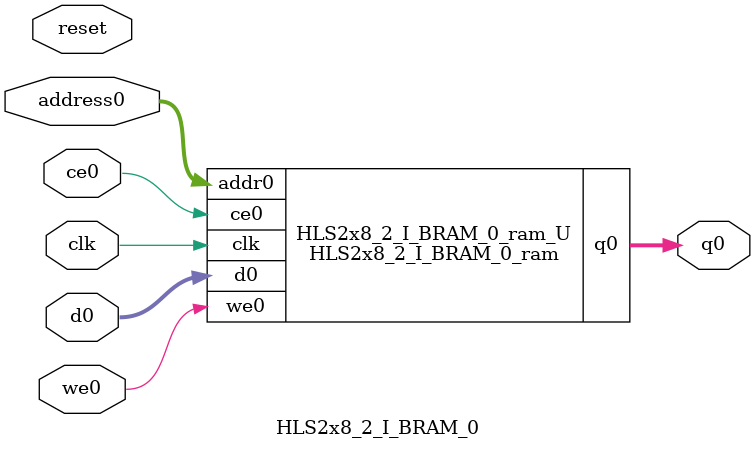
<source format=v>

`timescale 1 ns / 1 ps
module HLS2x8_2_I_BRAM_0_ram (addr0, ce0, d0, we0, q0,  clk);

parameter DWIDTH = 16;
parameter AWIDTH = 10;
parameter MEM_SIZE = 961;

input[AWIDTH-1:0] addr0;
input ce0;
input[DWIDTH-1:0] d0;
input we0;
output reg[DWIDTH-1:0] q0;
input clk;

(* ram_style = "block" *)reg [DWIDTH-1:0] ram[0:MEM_SIZE-1];




always @(posedge clk)  
begin 
    if (ce0) 
    begin
        if (we0) 
        begin 
            ram[addr0] <= d0; 
            q0 <= d0;
        end 
        else 
            q0 <= ram[addr0];
    end
end


endmodule


`timescale 1 ns / 1 ps
module HLS2x8_2_I_BRAM_0(
    reset,
    clk,
    address0,
    ce0,
    we0,
    d0,
    q0);

parameter DataWidth = 32'd16;
parameter AddressRange = 32'd961;
parameter AddressWidth = 32'd10;
input reset;
input clk;
input[AddressWidth - 1:0] address0;
input ce0;
input we0;
input[DataWidth - 1:0] d0;
output[DataWidth - 1:0] q0;



HLS2x8_2_I_BRAM_0_ram HLS2x8_2_I_BRAM_0_ram_U(
    .clk( clk ),
    .addr0( address0 ),
    .ce0( ce0 ),
    .d0( d0 ),
    .we0( we0 ),
    .q0( q0 ));

endmodule


</source>
